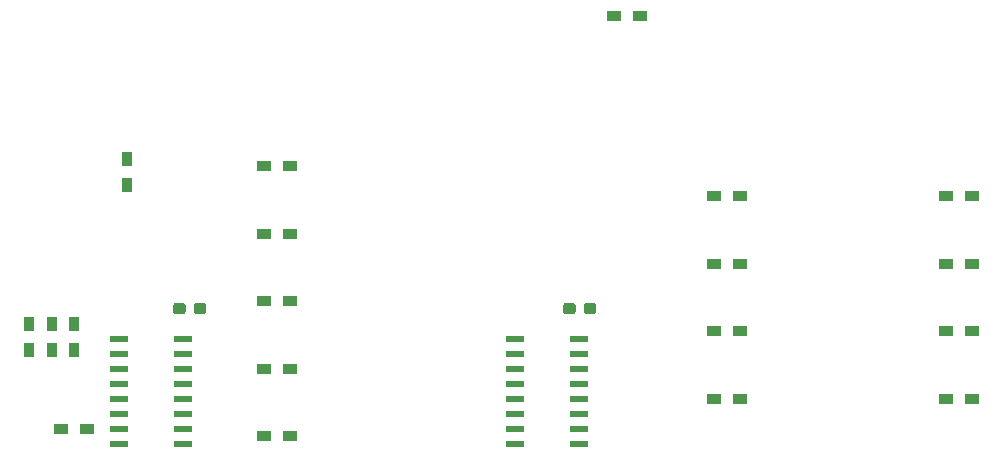
<source format=gbr>
G04 #@! TF.GenerationSoftware,KiCad,Pcbnew,(5.1.4)-1*
G04 #@! TF.CreationDate,2020-07-10T21:56:12+02:00*
G04 #@! TF.ProjectId,SBIO3,5342494f-332e-46b6-9963-61645f706362,rev?*
G04 #@! TF.SameCoordinates,Original*
G04 #@! TF.FileFunction,Paste,Top*
G04 #@! TF.FilePolarity,Positive*
%FSLAX46Y46*%
G04 Gerber Fmt 4.6, Leading zero omitted, Abs format (unit mm)*
G04 Created by KiCad (PCBNEW (5.1.4)-1) date 2020-07-10 21:56:12*
%MOMM*%
%LPD*%
G04 APERTURE LIST*
%ADD10C,0.100000*%
%ADD11C,0.950000*%
%ADD12R,1.200000X0.900000*%
%ADD13R,0.900000X1.200000*%
%ADD14R,1.500000X0.600000*%
G04 APERTURE END LIST*
D10*
G36*
X90720779Y-163356144D02*
G01*
X90743834Y-163359563D01*
X90766443Y-163365227D01*
X90788387Y-163373079D01*
X90809457Y-163383044D01*
X90829448Y-163395026D01*
X90848168Y-163408910D01*
X90865438Y-163424562D01*
X90881090Y-163441832D01*
X90894974Y-163460552D01*
X90906956Y-163480543D01*
X90916921Y-163501613D01*
X90924773Y-163523557D01*
X90930437Y-163546166D01*
X90933856Y-163569221D01*
X90935000Y-163592500D01*
X90935000Y-164067500D01*
X90933856Y-164090779D01*
X90930437Y-164113834D01*
X90924773Y-164136443D01*
X90916921Y-164158387D01*
X90906956Y-164179457D01*
X90894974Y-164199448D01*
X90881090Y-164218168D01*
X90865438Y-164235438D01*
X90848168Y-164251090D01*
X90829448Y-164264974D01*
X90809457Y-164276956D01*
X90788387Y-164286921D01*
X90766443Y-164294773D01*
X90743834Y-164300437D01*
X90720779Y-164303856D01*
X90697500Y-164305000D01*
X90122500Y-164305000D01*
X90099221Y-164303856D01*
X90076166Y-164300437D01*
X90053557Y-164294773D01*
X90031613Y-164286921D01*
X90010543Y-164276956D01*
X89990552Y-164264974D01*
X89971832Y-164251090D01*
X89954562Y-164235438D01*
X89938910Y-164218168D01*
X89925026Y-164199448D01*
X89913044Y-164179457D01*
X89903079Y-164158387D01*
X89895227Y-164136443D01*
X89889563Y-164113834D01*
X89886144Y-164090779D01*
X89885000Y-164067500D01*
X89885000Y-163592500D01*
X89886144Y-163569221D01*
X89889563Y-163546166D01*
X89895227Y-163523557D01*
X89903079Y-163501613D01*
X89913044Y-163480543D01*
X89925026Y-163460552D01*
X89938910Y-163441832D01*
X89954562Y-163424562D01*
X89971832Y-163408910D01*
X89990552Y-163395026D01*
X90010543Y-163383044D01*
X90031613Y-163373079D01*
X90053557Y-163365227D01*
X90076166Y-163359563D01*
X90099221Y-163356144D01*
X90122500Y-163355000D01*
X90697500Y-163355000D01*
X90720779Y-163356144D01*
X90720779Y-163356144D01*
G37*
D11*
X90410000Y-163830000D03*
D10*
G36*
X88970779Y-163356144D02*
G01*
X88993834Y-163359563D01*
X89016443Y-163365227D01*
X89038387Y-163373079D01*
X89059457Y-163383044D01*
X89079448Y-163395026D01*
X89098168Y-163408910D01*
X89115438Y-163424562D01*
X89131090Y-163441832D01*
X89144974Y-163460552D01*
X89156956Y-163480543D01*
X89166921Y-163501613D01*
X89174773Y-163523557D01*
X89180437Y-163546166D01*
X89183856Y-163569221D01*
X89185000Y-163592500D01*
X89185000Y-164067500D01*
X89183856Y-164090779D01*
X89180437Y-164113834D01*
X89174773Y-164136443D01*
X89166921Y-164158387D01*
X89156956Y-164179457D01*
X89144974Y-164199448D01*
X89131090Y-164218168D01*
X89115438Y-164235438D01*
X89098168Y-164251090D01*
X89079448Y-164264974D01*
X89059457Y-164276956D01*
X89038387Y-164286921D01*
X89016443Y-164294773D01*
X88993834Y-164300437D01*
X88970779Y-164303856D01*
X88947500Y-164305000D01*
X88372500Y-164305000D01*
X88349221Y-164303856D01*
X88326166Y-164300437D01*
X88303557Y-164294773D01*
X88281613Y-164286921D01*
X88260543Y-164276956D01*
X88240552Y-164264974D01*
X88221832Y-164251090D01*
X88204562Y-164235438D01*
X88188910Y-164218168D01*
X88175026Y-164199448D01*
X88163044Y-164179457D01*
X88153079Y-164158387D01*
X88145227Y-164136443D01*
X88139563Y-164113834D01*
X88136144Y-164090779D01*
X88135000Y-164067500D01*
X88135000Y-163592500D01*
X88136144Y-163569221D01*
X88139563Y-163546166D01*
X88145227Y-163523557D01*
X88153079Y-163501613D01*
X88163044Y-163480543D01*
X88175026Y-163460552D01*
X88188910Y-163441832D01*
X88204562Y-163424562D01*
X88221832Y-163408910D01*
X88240552Y-163395026D01*
X88260543Y-163383044D01*
X88281613Y-163373079D01*
X88303557Y-163365227D01*
X88326166Y-163359563D01*
X88349221Y-163356144D01*
X88372500Y-163355000D01*
X88947500Y-163355000D01*
X88970779Y-163356144D01*
X88970779Y-163356144D01*
G37*
D11*
X88660000Y-163830000D03*
D10*
G36*
X123740779Y-163356144D02*
G01*
X123763834Y-163359563D01*
X123786443Y-163365227D01*
X123808387Y-163373079D01*
X123829457Y-163383044D01*
X123849448Y-163395026D01*
X123868168Y-163408910D01*
X123885438Y-163424562D01*
X123901090Y-163441832D01*
X123914974Y-163460552D01*
X123926956Y-163480543D01*
X123936921Y-163501613D01*
X123944773Y-163523557D01*
X123950437Y-163546166D01*
X123953856Y-163569221D01*
X123955000Y-163592500D01*
X123955000Y-164067500D01*
X123953856Y-164090779D01*
X123950437Y-164113834D01*
X123944773Y-164136443D01*
X123936921Y-164158387D01*
X123926956Y-164179457D01*
X123914974Y-164199448D01*
X123901090Y-164218168D01*
X123885438Y-164235438D01*
X123868168Y-164251090D01*
X123849448Y-164264974D01*
X123829457Y-164276956D01*
X123808387Y-164286921D01*
X123786443Y-164294773D01*
X123763834Y-164300437D01*
X123740779Y-164303856D01*
X123717500Y-164305000D01*
X123142500Y-164305000D01*
X123119221Y-164303856D01*
X123096166Y-164300437D01*
X123073557Y-164294773D01*
X123051613Y-164286921D01*
X123030543Y-164276956D01*
X123010552Y-164264974D01*
X122991832Y-164251090D01*
X122974562Y-164235438D01*
X122958910Y-164218168D01*
X122945026Y-164199448D01*
X122933044Y-164179457D01*
X122923079Y-164158387D01*
X122915227Y-164136443D01*
X122909563Y-164113834D01*
X122906144Y-164090779D01*
X122905000Y-164067500D01*
X122905000Y-163592500D01*
X122906144Y-163569221D01*
X122909563Y-163546166D01*
X122915227Y-163523557D01*
X122923079Y-163501613D01*
X122933044Y-163480543D01*
X122945026Y-163460552D01*
X122958910Y-163441832D01*
X122974562Y-163424562D01*
X122991832Y-163408910D01*
X123010552Y-163395026D01*
X123030543Y-163383044D01*
X123051613Y-163373079D01*
X123073557Y-163365227D01*
X123096166Y-163359563D01*
X123119221Y-163356144D01*
X123142500Y-163355000D01*
X123717500Y-163355000D01*
X123740779Y-163356144D01*
X123740779Y-163356144D01*
G37*
D11*
X123430000Y-163830000D03*
D10*
G36*
X121990779Y-163356144D02*
G01*
X122013834Y-163359563D01*
X122036443Y-163365227D01*
X122058387Y-163373079D01*
X122079457Y-163383044D01*
X122099448Y-163395026D01*
X122118168Y-163408910D01*
X122135438Y-163424562D01*
X122151090Y-163441832D01*
X122164974Y-163460552D01*
X122176956Y-163480543D01*
X122186921Y-163501613D01*
X122194773Y-163523557D01*
X122200437Y-163546166D01*
X122203856Y-163569221D01*
X122205000Y-163592500D01*
X122205000Y-164067500D01*
X122203856Y-164090779D01*
X122200437Y-164113834D01*
X122194773Y-164136443D01*
X122186921Y-164158387D01*
X122176956Y-164179457D01*
X122164974Y-164199448D01*
X122151090Y-164218168D01*
X122135438Y-164235438D01*
X122118168Y-164251090D01*
X122099448Y-164264974D01*
X122079457Y-164276956D01*
X122058387Y-164286921D01*
X122036443Y-164294773D01*
X122013834Y-164300437D01*
X121990779Y-164303856D01*
X121967500Y-164305000D01*
X121392500Y-164305000D01*
X121369221Y-164303856D01*
X121346166Y-164300437D01*
X121323557Y-164294773D01*
X121301613Y-164286921D01*
X121280543Y-164276956D01*
X121260552Y-164264974D01*
X121241832Y-164251090D01*
X121224562Y-164235438D01*
X121208910Y-164218168D01*
X121195026Y-164199448D01*
X121183044Y-164179457D01*
X121173079Y-164158387D01*
X121165227Y-164136443D01*
X121159563Y-164113834D01*
X121156144Y-164090779D01*
X121155000Y-164067500D01*
X121155000Y-163592500D01*
X121156144Y-163569221D01*
X121159563Y-163546166D01*
X121165227Y-163523557D01*
X121173079Y-163501613D01*
X121183044Y-163480543D01*
X121195026Y-163460552D01*
X121208910Y-163441832D01*
X121224562Y-163424562D01*
X121241832Y-163408910D01*
X121260552Y-163395026D01*
X121280543Y-163383044D01*
X121301613Y-163373079D01*
X121323557Y-163365227D01*
X121346166Y-163359563D01*
X121369221Y-163356144D01*
X121392500Y-163355000D01*
X121967500Y-163355000D01*
X121990779Y-163356144D01*
X121990779Y-163356144D01*
G37*
D11*
X121680000Y-163830000D03*
D12*
X127676000Y-139065000D03*
X125476000Y-139065000D03*
X136101000Y-154305000D03*
X133901000Y-154305000D03*
X136101000Y-171450000D03*
X133901000Y-171450000D03*
X95801000Y-157480000D03*
X98001000Y-157480000D03*
D13*
X75946000Y-165100000D03*
X75946000Y-167300000D03*
D12*
X153586000Y-160020000D03*
X155786000Y-160020000D03*
X155786000Y-171450000D03*
X153586000Y-171450000D03*
D13*
X79756000Y-167300000D03*
X79756000Y-165100000D03*
X84201000Y-151130000D03*
X84201000Y-153330000D03*
D12*
X155786000Y-154305000D03*
X153586000Y-154305000D03*
X155786000Y-165735000D03*
X153586000Y-165735000D03*
X133901000Y-165735000D03*
X136101000Y-165735000D03*
X95801000Y-168910000D03*
X98001000Y-168910000D03*
X98001000Y-151765000D03*
X95801000Y-151765000D03*
X95801000Y-174625000D03*
X98001000Y-174625000D03*
D14*
X117061000Y-175260000D03*
X117061000Y-173990000D03*
X117061000Y-172720000D03*
X117061000Y-171450000D03*
X117061000Y-170180000D03*
X117061000Y-168910000D03*
X117061000Y-167640000D03*
X117061000Y-166370000D03*
X122461000Y-166370000D03*
X122461000Y-167640000D03*
X122461000Y-168910000D03*
X122461000Y-170180000D03*
X122461000Y-171450000D03*
X122461000Y-172720000D03*
X122461000Y-173990000D03*
X122461000Y-175260000D03*
D13*
X77851000Y-167300000D03*
X77851000Y-165100000D03*
D12*
X80856000Y-173990000D03*
X78656000Y-173990000D03*
X98001000Y-163195000D03*
X95801000Y-163195000D03*
D14*
X88966000Y-175260000D03*
X88966000Y-173990000D03*
X88966000Y-172720000D03*
X88966000Y-171450000D03*
X88966000Y-170180000D03*
X88966000Y-168910000D03*
X88966000Y-167640000D03*
X88966000Y-166370000D03*
X83566000Y-166370000D03*
X83566000Y-167640000D03*
X83566000Y-168910000D03*
X83566000Y-170180000D03*
X83566000Y-171450000D03*
X83566000Y-172720000D03*
X83566000Y-173990000D03*
X83566000Y-175260000D03*
D12*
X136101000Y-160020000D03*
X133901000Y-160020000D03*
M02*

</source>
